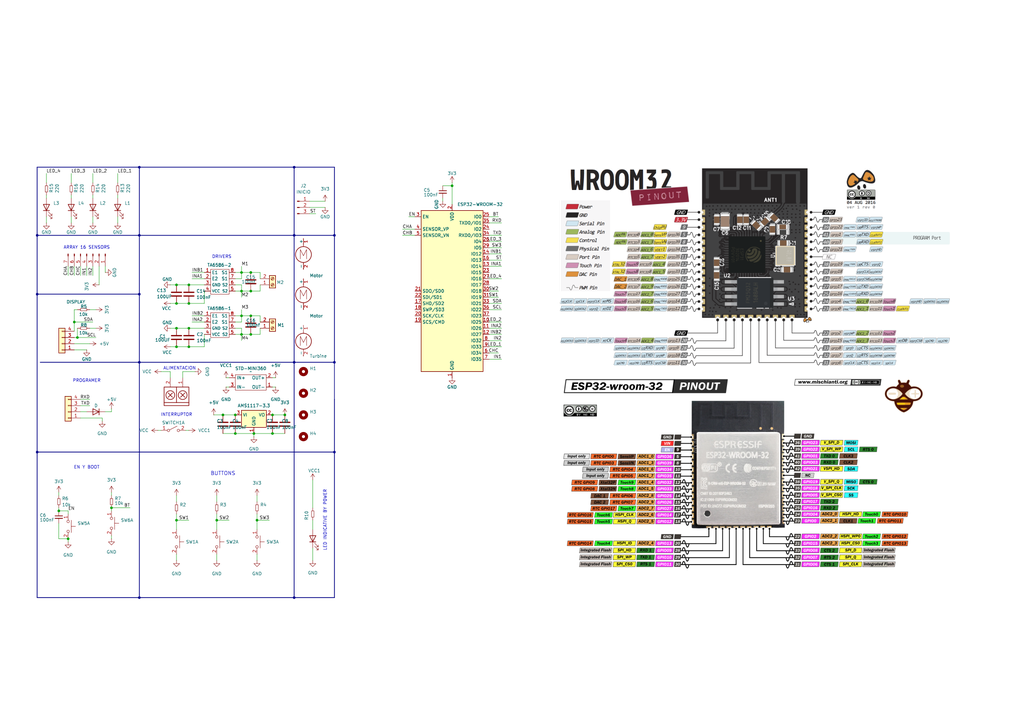
<source format=kicad_sch>
(kicad_sch (version 20250114) (generator "eeschema") (generator_version "9.0")
  (paper "A3")
  (title_block (title "VELO-R V2"))
  (lib_symbols
    (symbol "+3V3_1" (power) (pin_numbers (hide yes)) (pin_names (offset 0) (hide yes))
      (property "Value" "+3V3" (at 0 3.556 0))
      (symbol "+3V3_1_1_1"
        (pin power_in line (at 0 0 90) (length 0) (name "~") (number "1"))
      )
    )
    (symbol "2019---Sumo---NANO---BTS7960-rescue:R-EESTN5" (pin_numbers (hide yes)) (pin_names (offset 0))
      (property "Reference" "R" (at -1.27 0 90))
      (property "Value" "R-EESTN5" (at 1.27 0 90))
      (symbol "R-EESTN5_1_1"
        (pin passive line (at 0 2.54 270) (length 1.27) (name "~") (number "1"))
        (pin passive line (at 0 -2.54 90) (length 1.27) (name "~") (number "2"))
      )
    )
    (symbol "Connector:Conn_01x03_Pin" (pin_names (offset 1.016) (hide yes))
      (property "Reference" "J" (at 0 5.08 0))
      (property "Value" "Conn_01x03_Pin" (at 0 -5.08 0))
      (symbol "Conn_01x03_Pin_1_1"
        (pin passive line (at 5.08 2.54 180) (length 3.81) (name "Pin_1") (number "1"))
        (pin passive line (at 5.08 0 180) (length 3.81) (name "Pin_2") (number "2"))
        (pin passive line (at 5.08 -2.54 180) (length 3.81) (name "Pin_3") (number "3"))
      )
    )
    (symbol "Connector:Conn_01x07_Pin" (pin_names (offset 1.016) (hide yes))
      (property "Reference" "J" (at 0 10.16 0))
      (property "Value" "Conn_01x07_Pin" (at 0 -10.16 0))
      (symbol "Conn_01x07_Pin_1_1"
        (pin passive line (at 5.08 7.62 180) (length 3.81) (name "Pin_1") (number "1"))
        (pin passive line (at 5.08 5.08 180) (length 3.81) (name "Pin_2") (number "2"))
        (pin passive line (at 5.08 2.54 180) (length 3.81) (name "Pin_3") (number "3"))
        (pin passive line (at 5.08 0 180) (length 3.81) (name "Pin_4") (number "4"))
        (pin passive line (at 5.08 -2.54 180) (length 3.81) (name "Pin_5") (number "5"))
        (pin passive line (at 5.08 -5.08 180) (length 3.81) (name "Pin_6") (number "6"))
        (pin passive line (at 5.08 -7.62 180) (length 3.81) (name "Pin_7") (number "7"))
      )
    )
    (symbol "Connector:Screw_Terminal_01x02" (pin_names (offset 1.016) (hide yes))
      (property "Reference" "J" (at 0 2.54 0))
      (property "Value" "Screw_Terminal_01x02" (at 0 -5.08 0))
      (symbol "Screw_Terminal_01x02_1_1"
        (pin passive line (at -5.08 0 0) (length 3.81) (name "Pin_1") (number "1"))
        (pin passive line (at -5.08 -2.54 0) (length 3.81) (name "Pin_2") (number "2"))
      )
    )
    (symbol "Connector_Generic:Conn_01x04" (pin_names (offset 1.016) (hide yes))
      (property "Reference" "J" (at 0 5.08 0))
      (property "Value" "Conn_01x04" (at 0 -7.62 0))
      (symbol "Conn_01x04_1_1"
        (pin passive line (at -5.08 2.54 0) (length 3.81) (name "Pin_1") (number "1"))
        (pin passive line (at -5.08 0 0) (length 3.81) (name "Pin_2") (number "2"))
        (pin passive line (at -5.08 -2.54 0) (length 3.81) (name "Pin_3") (number "3"))
        (pin passive line (at -5.08 -5.08 0) (length 3.81) (name "Pin_4") (number "4"))
      )
    )
    (symbol "Device:C" (pin_numbers (hide yes)) (pin_names (offset 0.254))
      (property "Reference" "C" (at 0.635 2.54 0))
      (property "Value" "C" (at 0.635 -2.54 0))
      (symbol "C_1_1"
        (pin passive line (at 0 3.81 270) (length 2.794) (name "~") (number "1"))
        (pin passive line (at 0 -3.81 90) (length 2.794) (name "~") (number "2"))
      )
    )
    (symbol "Device:C_Small" (pin_numbers (hide yes)) (pin_names (offset 0.254) (hide yes))
      (property "Reference" "C" (at 0.254 1.778 0))
      (property "Value" "C_Small" (at 0.254 -2.032 0))
      (symbol "C_Small_1_1"
        (pin passive line (at 0 2.54 270) (length 2.032) (name "~") (number "1"))
        (pin passive line (at 0 -2.54 90) (length 2.032) (name "~") (number "2"))
      )
    )
    (symbol "Device:D" (pin_numbers (hide yes)) (pin_names (offset 1.016) (hide yes))
      (property "Reference" "D" (at 0 2.54 0))
      (property "Value" "D" (at 0 -2.54 0))
      (symbol "D_1_1"
        (pin passive line (at -3.81 0 0) (length 2.54) (name "K") (number "1"))
        (pin passive line (at 3.81 0 180) (length 2.54) (name "A") (number "2"))
      )
    )
    (symbol "Device:LED" (pin_numbers (hide yes)) (pin_names (offset 1.016) (hide yes))
      (property "Reference" "D" (at 0 2.54 0))
      (property "Value" "LED" (at 0 -2.54 0))
      (symbol "LED_1_1"
        (pin passive line (at -3.81 0 0) (length 2.54) (name "K") (number "1"))
        (pin passive line (at 3.81 0 180) (length 2.54) (name "A") (number "2"))
      )
    )
    (symbol "EESTN5:R" (pin_numbers (hide yes)) (pin_names (offset 0))
      (property "Reference" "R" (at -1.27 0 90))
      (property "Value" "R" (at 1.27 0 90))
      (symbol "R_1_1"
        (pin passive line (at 0 2.54 270) (length 1.27) (name "~") (number "1"))
        (pin passive line (at 0 -2.54 90) (length 1.27) (name "~") (number "2"))
      )
    )
    (symbol "EESTN5:TB_1X2" (pin_names (offset 1.016))
      (property "Reference" "J" (at 0 7.62 0))
      (property "Value" "TB_1X2" (at 1.27 -7.62 0))
      (symbol "TB_1X2_1_1"
        (pin input line (at 8.89 2.54 180) (length 3.81) (name "~") (number "1"))
        (pin input line (at 8.89 -2.54 180) (length 3.81) (name "~") (number "2"))
      )
    )
    (symbol "GND_1" (power) (pin_names (offset 0))
      (property "Value" "GND_1" (at 0 -3.81 0))
      (symbol "GND_1_1_1"
        (pin power_in line (at 0 0 270) (length 0) (hide yes) (name "GND") (number "1"))
      )
    )
    (symbol "Mechanical:MountingHole" (pin_names (offset 1.016)) (in_bom no)
      (property "Reference" "H" (at 0 5.08 0))
      (property "Value" "MountingHole" (at 0 3.175 0))
    )
    (symbol "Motor:Motor_DC" (pin_names (offset 0))
      (property "Reference" "M" (at 2.54 2.54 0))
      (property "Value" "Motor_DC" (at 2.54 -5.08 0))
      (symbol "Motor_DC_1_1"
        (pin passive line (at 0 5.08 270) (length 2.54) (name "+") (number "1"))
        (pin passive line (at 0 -7.62 90) (length 2.54) (name "-") (number "2"))
      )
    )
    (symbol "New_Library_Triatlón:TA6586"
      (property "Reference" "DriverTA6586" (at -7.366 7.112 0))
      (symbol "TA6586_1_1"
        (pin bidirectional line (at -13.97 3.81 0) (length 2.54) (name "E1") (number "1"))
        (pin bidirectional line (at -13.97 1.27 0) (length 2.54) (name "E2") (number "2"))
        (pin output line (at -13.97 -1.27 0) (length 2.54) (name "GND") (number "3"))
        (pin input line (at -13.97 -3.81 0) (length 2.54) (name "VCC") (number "4"))
        (pin bidirectional line (at -1.27 3.81 180) (length 2.54) (name "S1") (number "8"))
        (pin bidirectional line (at -1.27 1.27 180) (length 2.54) (name "S1") (number "7"))
        (pin bidirectional line (at -1.27 -1.27 180) (length 2.54) (name "S2") (number "6"))
        (pin bidirectional line (at -1.27 -3.81 180) (length 2.54) (name "S2") (number "5"))
      )
    )
    (symbol "RF_Module:ESP32-WROOM-32"
      (property "Reference" "U" (at -12.7 34.29 0))
      (property "Value" "ESP32-WROOM-32" (at 1.27 34.29 0))
      (symbol "ESP32-WROOM-32_1_1"
        (pin input line (at -15.24 30.48 0) (length 2.54) (name "EN") (number "3"))
        (pin input line (at -15.24 25.4 0) (length 2.54) (name "SENSOR_VP") (number "4"))
        (pin input line (at -15.24 22.86 0) (length 2.54) (name "SENSOR_VN") (number "5"))
        (pin bidirectional line (at -15.24 0 0) (length 2.54) (name "SDO/SD0") (number "21"))
        (pin bidirectional line (at -15.24 -2.54 0) (length 2.54) (name "SDI/SD1") (number "22"))
        (pin bidirectional line (at -15.24 -5.08 0) (length 2.54) (name "SHD/SD2") (number "17"))
        (pin bidirectional line (at -15.24 -7.62 0) (length 2.54) (name "SWP/SD3") (number "18"))
        (pin bidirectional line (at -15.24 -10.16 0) (length 2.54) (name "SCK/CLK") (number "20"))
        (pin bidirectional line (at -15.24 -12.7 0) (length 2.54) (name "SCS/CMD") (number "19"))
        (pin no_connect line (at -12.7 -27.94 0) (length 2.54) (hide yes) (name "NC") (number "32"))
        (pin power_in line (at 0 35.56 270) (length 2.54) (name "VDD") (number "2"))
        (pin power_in line (at 0 -35.56 90) (length 2.54) (name "GND") (number "1"))
        (pin passive line (at 0 -35.56 90) (length 2.54) (hide yes) (name "GND") (number "15"))
        (pin passive line (at 0 -35.56 90) (length 2.54) (hide yes) (name "GND") (number "38"))
        (pin passive line (at 0 -35.56 90) (length 2.54) (hide yes) (name "GND") (number "39"))
        (pin bidirectional line (at 15.24 30.48 180) (length 2.54) (name "IO0") (number "25"))
        (pin bidirectional line (at 15.24 27.94 180) (length 2.54) (name "TXD0/IO1") (number "35"))
        (pin bidirectional line (at 15.24 25.4 180) (length 2.54) (name "IO2") (number "24"))
        (pin bidirectional line (at 15.24 22.86 180) (length 2.54) (name "RXD0/IO3") (number "34"))
        (pin bidirectional line (at 15.24 20.32 180) (length 2.54) (name "IO4") (number "26"))
        (pin bidirectional line (at 15.24 17.78 180) (length 2.54) (name "IO5") (number "29"))
        (pin bidirectional line (at 15.24 15.24 180) (length 2.54) (name "IO12") (number "14"))
        (pin bidirectional line (at 15.24 12.7 180) (length 2.54) (name "IO13") (number "16"))
        (pin bidirectional line (at 15.24 10.16 180) (length 2.54) (name "IO14") (number "13"))
        (pin bidirectional line (at 15.24 7.62 180) (length 2.54) (name "IO15") (number "23"))
        (pin bidirectional line (at 15.24 5.08 180) (length 2.54) (name "IO16") (number "27"))
        (pin bidirectional line (at 15.24 2.54 180) (length 2.54) (name "IO17") (number "28"))
        (pin bidirectional line (at 15.24 0 180) (length 2.54) (name "IO18") (number "30"))
        (pin bidirectional line (at 15.24 -2.54 180) (length 2.54) (name "IO19") (number "31"))
        (pin bidirectional line (at 15.24 -5.08 180) (length 2.54) (name "IO21") (number "33"))
        (pin bidirectional line (at 15.24 -7.62 180) (length 2.54) (name "IO22") (number "36"))
        (pin bidirectional line (at 15.24 -10.16 180) (length 2.54) (name "IO23") (number "37"))
        (pin bidirectional line (at 15.24 -12.7 180) (length 2.54) (name "IO25") (number "10"))
        (pin bidirectional line (at 15.24 -15.24 180) (length 2.54) (name "IO26") (number "11"))
        (pin bidirectional line (at 15.24 -17.78 180) (length 2.54) (name "IO27") (number "12"))
        (pin bidirectional line (at 15.24 -20.32 180) (length 2.54) (name "IO32") (number "8"))
        (pin bidirectional line (at 15.24 -22.86 180) (length 2.54) (name "IO33") (number "9"))
        (pin input line (at 15.24 -25.4 180) (length 2.54) (name "IO34") (number "6"))
        (pin input line (at 15.24 -27.94 180) (length 2.54) (name "IO35") (number "7"))
      )
    )
    (symbol "Regulator_Linear:AMS1117-3.3"
      (property "Reference" "U" (at -3.81 3.175 0))
      (property "Value" "AMS1117-3.3" (at 0 3.175 0))
      (symbol "AMS1117-3.3_1_1"
        (pin power_in line (at -7.62 0 0) (length 2.54) (name "VI") (number "3"))
        (pin power_in line (at 0 -7.62 90) (length 2.54) (name "GND") (number "1"))
        (pin power_out line (at 7.62 0 180) (length 2.54) (name "VO") (number "2"))
      )
    )
    (symbol "Switch:SW_DPST_x2" (pin_names (offset 0) (hide yes))
      (property "Reference" "SW" (at 0 3.175 0))
      (property "Value" "SW_DPST_x2" (at 0 -2.54 0))
      (symbol "SW_DPST_x2_1_1"
        (pin passive line (at -5.08 0 0) (length 2.54) (name "A") (number "1"))
        (pin passive line (at 5.08 0 180) (length 2.54) (name "B") (number "2"))
      )
      (symbol "SW_DPST_x2_2_1"
        (pin passive line (at -5.08 0 0) (length 2.54) (name "A") (number "3"))
        (pin passive line (at 5.08 0 180) (length 2.54) (name "B") (number "4"))
      )
    )
    (symbol "Switch:SW_Push_Dual_x2" (pin_names (offset 1.016) (hide yes))
      (property "Reference" "SW" (at 1.27 2.54 0))
      (property "Value" "SW_Push_Dual_x2" (at 0 -1.524 0))
      (symbol "SW_Push_Dual_x2_1_1"
        (pin passive line (at -5.08 0 0) (length 2.54) (name "C") (number "1"))
        (pin passive line (at 5.08 0 180) (length 2.54) (name "D") (number "2"))
      )
      (symbol "SW_Push_Dual_x2_2_1"
        (pin passive line (at -5.08 0 0) (length 2.54) (name "C") (number "3"))
        (pin passive line (at 5.08 0 180) (length 2.54) (name "D") (number "4"))
      )
    )
    (symbol "TA6586_1"
      (property "Reference" "DriverTA6586" (at -7.366 7.112 0))
      (symbol "TA6586_1_1_1"
        (pin bidirectional line (at -13.97 3.81 0) (length 2.54) (name "E1") (number "1"))
        (pin bidirectional line (at -13.97 1.27 0) (length 2.54) (name "E2") (number "2"))
        (pin output line (at -13.97 -1.27 0) (length 2.54) (name "GND") (number "3"))
        (pin input line (at -13.97 -3.81 0) (length 2.54) (name "VCC") (number "4"))
        (pin bidirectional line (at -1.27 3.81 180) (length 2.54) (name "S1") (number "8"))
        (pin bidirectional line (at -1.27 1.27 180) (length 2.54) (name "S1") (number "7"))
        (pin bidirectional line (at -1.27 -1.27 180) (length 2.54) (name "S2") (number "6"))
        (pin bidirectional line (at -1.27 -3.81 180) (length 2.54) (name "S2") (number "5"))
      )
    )
    (symbol "Trejo huellas nuevas:STEP_DOWN_MINI_360"
      (property "Reference" "U" (at 1.778 2.54 0))
      (symbol "STEP_DOWN_MINI_360_1_1"
        (pin input line (at -5.08 0 0) (length 2.54) (name "OUT+") (number "2"))
        (pin input line (at -5.08 -3.81 0) (length 2.54) (name "OUT-") (number "1"))
        (pin input line (at 12.7 0 180) (length 2.54) (name "IN+") (number "4"))
        (pin input line (at 12.7 -3.81 180) (length 2.54) (name "IN-") (number "3"))
      )
    )
    (symbol "power:+3V3" (power) (pin_names (offset 0))
      (property "Value" "+3V3" (at 0 3.556 0))
      (symbol "+3V3_1_1"
        (pin power_in line (at 0 0 90) (length 0) (hide yes) (name "+3V3") (number "1"))
      )
    )
    (symbol "power:+5V" (power) (pin_numbers (hide yes)) (pin_names (offset 0) (hide yes))
      (property "Value" "+5V" (at 0 3.556 0))
      (symbol "+5V_1_1"
        (pin power_in line (at 0 0 90) (length 0) (name "~") (number "1"))
      )
    )
    (symbol "power:GND" (power) (pin_numbers (hide yes)) (pin_names (offset 0) (hide yes))
      (property "Value" "GND" (at 0 -3.81 0))
      (symbol "GND_1_1"
        (pin power_in line (at 0 0 270) (length 0) (name "~") (number "1"))
      )
    )
    (symbol "power:VCC" (power) (pin_numbers (hide yes)) (pin_names (offset 0) (hide yes))
      (property "Value" "VCC" (at 0 3.556 0))
      (symbol "VCC_1_1"
        (pin power_in line (at 0 0 90) (length 0) (name "~") (number "1"))
      )
    )
  )
  (text "ALIMENTACION" (at 73.66 151.13 0) (effects (font (size 1.27 1.27))))
  (text "INTERRUPTOR" (at 72.39 170.18 0) (effects (font (size 1.27 1.27))))
  (text "BUTTONS\n" (at 91.44 194.31 0) (effects (font (size 1.524 1.524))))
  (text "LED INDICATIVE BY P0WER\n" (at 133.35 213.36 90) (effects (font (size 1.27 1.27))))
  (text "DRIVERS " (at 91.44 105.41 0) (effects (font (size 1.27 1.27))))
  (text "ARRAY 16 SENSORS" (at 35.56 101.6 0) (effects (font (size 1.27 1.27))))
  (text "EN Y BOOT" (at 35.56 191.77 0) (effects (font (size 1.27 1.27))))
  (text "PROGRAMER\n" (at 35.56 156.21 0) (effects (font (size 1.27 1.27))))
  (junction (at 15.24 120.65))
  (junction (at 111.76 177.8))
  (junction (at 31.75 138.43))
  (junction (at 57.15 245.11))
  (junction (at 116.84 170.18))
  (junction (at 72.39 142.24))
  (junction (at 15.24 185.42))
  (junction (at 24.13 209.55))
  (junction (at 111.76 170.18))
  (junction (at 57.15 96.52))
  (junction (at 99.06 119.38))
  (junction (at 77.47 142.24))
  (junction (at 15.24 96.52))
  (junction (at 57.15 148.59))
  (junction (at 72.39 134.62))
  (junction (at 96.52 177.8))
  (junction (at 137.16 96.52))
  (junction (at 57.15 68.58))
  (junction (at 72.39 116.84))
  (junction (at 102.87 129.54))
  (junction (at 137.16 185.42))
  (junction (at 88.9 213.36))
  (junction (at 120.65 245.11))
  (junction (at 120.65 148.59))
  (junction (at 99.06 129.54))
  (junction (at 99.06 137.16))
  (junction (at 102.87 111.76))
  (junction (at 91.44 170.18))
  (junction (at 77.47 124.46))
  (junction (at 77.47 134.62))
  (junction (at 27.94 220.98))
  (junction (at 77.47 116.84))
  (junction (at 96.52 170.18))
  (junction (at 72.39 124.46))
  (junction (at 45.72 208.28))
  (junction (at 120.65 68.58))
  (junction (at 102.87 137.16))
  (junction (at 57.15 120.65))
  (junction (at 104.14 177.8))
  (junction (at 137.16 148.59))
  (junction (at 99.06 111.76))
  (junction (at 102.87 119.38))
  (junction (at 105.41 213.36))
  (junction (at 120.65 96.52))
  (junction (at 30.48 132.08))
  (junction (at 185.42 76.2))
  (junction (at 72.39 213.36))
  (wire (pts (xy 27.94 113.03) (xy 27.94 109.22)))
  (wire (pts (xy 200.66 88.9) (xy 204.47 88.9)))
  (wire (pts (xy 69.85 142.24) (xy 72.39 142.24)))
  (wire (pts (xy 40.64 109.22) (xy 40.64 116.84)))
  (wire (pts (xy 48.26 88.9) (xy 48.26 91.44)))
  (wire (pts (xy 129.54 87.63) (xy 127 87.63)))
  (bus (pts (xy 57.15 148.59) (xy 57.15 245.11)))
  (bus (pts (xy 137.16 163.83) (xy 137.16 148.59)) (stroke (width 0.254)))
  (wire (pts (xy 77.47 116.84) (xy 83.82 116.84)))
  (wire (pts (xy 102.87 111.76) (xy 106.68 111.76)))
  (wire (pts (xy 92.71 154.94) (xy 93.98 154.94)))
  (wire (pts (xy 30.48 132.08) (xy 30.48 127)))
  (wire (pts (xy 72.39 116.84) (xy 77.47 116.84)))
  (wire (pts (xy 99.06 121.92) (xy 99.06 119.38)))
  (wire (pts (xy 99.06 137.16) (xy 102.87 137.16)))
  (wire (pts (xy 205.74 139.7) (xy 200.66 139.7)))
  (wire (pts (xy 72.39 134.62) (xy 77.47 134.62)))
  (wire (pts (xy 39.37 127) (xy 36.83 127)))
  (wire (pts (xy 96.52 134.62) (xy 99.06 134.62)))
  (wire (pts (xy 205.74 99.06) (xy 200.66 99.06)))
  (wire (pts (xy 45.72 201.93) (xy 45.72 203.2)))
  (wire (pts (xy 99.06 127) (xy 99.06 129.54)))
  (wire (pts (xy 205.74 104.14) (xy 200.66 104.14)))
  (wire (pts (xy 205.74 114.3) (xy 200.66 114.3)))
  (bus (pts (xy 15.24 185.42) (xy 15.24 245.11)))
  (wire (pts (xy 205.74 134.62) (xy 200.66 134.62)))
  (wire (pts (xy 200.66 147.32) (xy 205.74 147.32)))
  (wire (pts (xy 24.13 220.98) (xy 27.94 220.98)))
  (wire (pts (xy 77.47 124.46) (xy 83.82 124.46)))
  (bus (pts (xy 120.65 148.59) (xy 120.65 245.11)))
  (wire (pts (xy 106.68 119.38) (xy 106.68 116.84)))
  (wire (pts (xy 83.82 124.46) (xy 83.82 119.38)))
  (wire (pts (xy 74.93 152.4) (xy 74.93 154.94)))
  (wire (pts (xy 30.48 113.03) (xy 30.48 109.22)))
  (wire (pts (xy 64.77 176.53) (xy 66.04 176.53)))
  (wire (pts (xy 43.18 111.76) (xy 43.18 109.22)))
  (wire (pts (xy 200.66 121.92) (xy 204.47 121.92)))
  (wire (pts (xy 24.13 214.63) (xy 24.13 220.98)))
  (bus (pts (xy 16.51 148.59) (xy 57.15 148.59)))
  (wire (pts (xy 38.1 71.12) (xy 38.1 74.93)))
  (wire (pts (xy 167.64 88.9) (xy 170.18 88.9)))
  (wire (pts (xy 105.41 213.36) (xy 105.41 217.17)))
  (bus (pts (xy 137.16 96.52) (xy 137.16 148.59)))
  (bus (pts (xy 120.65 148.59) (xy 137.16 148.59)))
  (wire (pts (xy 185.42 76.2) (xy 185.42 83.82)))
  (wire (pts (xy 96.52 111.76) (xy 99.06 111.76)))
  (wire (pts (xy 104.14 177.8) (xy 111.76 177.8)))
  (bus (pts (xy 57.15 96.52) (xy 15.24 96.52)))
  (wire (pts (xy 41.91 171.45) (xy 33.02 171.45)))
  (wire (pts (xy 72.39 213.36) (xy 72.39 217.17)))
  (wire (pts (xy 30.48 140.97) (xy 36.83 140.97)))
  (wire (pts (xy 43.18 168.91) (xy 45.72 168.91)))
  (wire (pts (xy 48.26 71.12) (xy 48.26 74.93)))
  (wire (pts (xy 78.74 132.08) (xy 83.82 132.08)))
  (wire (pts (xy 77.47 176.53) (xy 76.2 176.53)))
  (bus (pts (xy 137.16 163.83) (xy 137.16 185.42)))
  (wire (pts (xy 38.1 88.9) (xy 38.1 91.44)))
  (wire (pts (xy 99.06 109.22) (xy 99.06 111.76)))
  (wire (pts (xy 88.9 213.36) (xy 88.9 217.17)))
  (bus (pts (xy 120.65 245.11) (xy 137.16 245.11)))
  (wire (pts (xy 72.39 227.33) (xy 72.39 229.87)))
  (wire (pts (xy 99.06 139.7) (xy 99.06 137.16)))
  (wire (pts (xy 88.9 227.33) (xy 88.9 229.87)))
  (wire (pts (xy 78.74 111.76) (xy 83.82 111.76)))
  (wire (pts (xy 45.72 208.28) (xy 53.34 208.28)))
  (wire (pts (xy 96.52 129.54) (xy 99.06 129.54)))
  (wire (pts (xy 87.63 170.18) (xy 91.44 170.18)))
  (wire (pts (xy 185.42 74.93) (xy 185.42 76.2)))
  (wire (pts (xy 69.85 124.46) (xy 72.39 124.46)))
  (wire (pts (xy 99.06 129.54) (xy 102.87 129.54)))
  (wire (pts (xy 110.49 213.36) (xy 105.41 213.36)))
  (wire (pts (xy 24.13 201.93) (xy 24.13 203.2)))
  (wire (pts (xy 36.83 166.37) (xy 33.02 166.37)))
  (wire (pts (xy 27.94 210.82) (xy 27.94 209.55)))
  (wire (pts (xy 38.1 113.03) (xy 38.1 109.22)))
  (wire (pts (xy 77.47 142.24) (xy 83.82 142.24)))
  (wire (pts (xy 181.61 76.2) (xy 185.42 76.2)))
  (wire (pts (xy 128.27 217.17) (xy 128.27 213.36)))
  (wire (pts (xy 99.06 114.3) (xy 99.06 111.76)))
  (bus (pts (xy 15.24 120.65) (xy 57.15 120.65)))
  (bus (pts (xy 57.15 68.58) (xy 120.65 68.58)))
  (wire (pts (xy 104.14 179.07) (xy 104.14 177.8)))
  (wire (pts (xy 69.85 152.4) (xy 69.85 154.94)))
  (wire (pts (xy 19.05 71.12) (xy 19.05 74.93)))
  (wire (pts (xy 111.76 170.18) (xy 116.84 170.18)))
  (wire (pts (xy 77.47 213.36) (xy 72.39 213.36)))
  (wire (pts (xy 78.74 129.54) (xy 83.82 129.54)))
  (wire (pts (xy 19.05 88.9) (xy 19.05 91.44)))
  (bus (pts (xy 15.24 68.58) (xy 57.15 68.58)))
  (wire (pts (xy 205.74 142.24) (xy 200.66 142.24)))
  (wire (pts (xy 102.87 119.38) (xy 106.68 119.38)))
  (bus (pts (xy 120.65 96.52) (xy 57.15 96.52)))
  (wire (pts (xy 96.52 116.84) (xy 99.06 116.84)))
  (bus (pts (xy 137.16 185.42) (xy 137.16 245.11)))
  (bus (pts (xy 120.65 68.58) (xy 137.16 68.58)))
  (wire (pts (xy 105.41 203.2) (xy 105.41 205.74)))
  (wire (pts (xy 30.48 132.08) (xy 38.1 132.08)))
  (wire (pts (xy 128.27 196.85) (xy 128.27 208.28)))
  (wire (pts (xy 165.1 96.52) (xy 170.18 96.52)))
  (wire (pts (xy 91.44 177.8) (xy 96.52 177.8)))
  (bus (pts (xy 57.15 120.65) (xy 57.15 148.59)))
  (wire (pts (xy 29.21 71.12) (xy 29.21 74.93)))
  (wire (pts (xy 78.74 114.3) (xy 83.82 114.3)))
  (wire (pts (xy 72.39 142.24) (xy 77.47 142.24)))
  (wire (pts (xy 39.37 138.43) (xy 31.75 138.43)))
  (wire (pts (xy 69.85 134.62) (xy 72.39 134.62)))
  (wire (pts (xy 91.44 170.18) (xy 96.52 170.18)))
  (wire (pts (xy 33.02 109.22) (xy 33.02 113.03)))
  (wire (pts (xy 127 85.09) (xy 133.35 85.09)))
  (bus (pts (xy 120.65 68.58) (xy 120.65 96.52)))
  (wire (pts (xy 30.48 135.89) (xy 30.48 132.08)))
  (wire (pts (xy 29.21 80.01) (xy 29.21 81.28)))
  (wire (pts (xy 72.39 203.2) (xy 72.39 205.74)))
  (wire (pts (xy 96.52 177.8) (xy 104.14 177.8)))
  (bus (pts (xy 137.16 68.58) (xy 137.16 96.52)))
  (wire (pts (xy 72.39 210.82) (xy 72.39 213.36)))
  (wire (pts (xy 30.48 127) (xy 31.75 127)))
  (wire (pts (xy 105.41 210.82) (xy 105.41 213.36)))
  (wire (pts (xy 93.98 213.36) (xy 88.9 213.36)))
  (wire (pts (xy 205.74 132.08) (xy 200.66 132.08)))
  (bus (pts (xy 57.15 148.59) (xy 120.65 148.59)))
  (wire (pts (xy 111.76 177.8) (xy 116.84 177.8)))
  (bus (pts (xy 57.15 68.58) (xy 57.15 96.52)))
  (wire (pts (xy 83.82 142.24) (xy 83.82 137.16)))
  (wire (pts (xy 106.68 111.76) (xy 106.68 114.3)))
  (wire (pts (xy 96.52 119.38) (xy 99.06 119.38)))
  (wire (pts (xy 102.87 137.16) (xy 106.68 137.16)))
  (wire (pts (xy 39.37 134.62) (xy 36.83 134.62)))
  (wire (pts (xy 127 82.55) (xy 133.35 82.55)))
  (wire (pts (xy 35.56 113.03) (xy 35.56 109.22)))
  (wire (pts (xy 96.52 132.08) (xy 99.06 132.08)))
  (wire (pts (xy 205.74 124.46) (xy 200.66 124.46)))
  (wire (pts (xy 128.27 229.87) (xy 128.27 224.79)))
  (wire (pts (xy 99.06 119.38) (xy 102.87 119.38)))
  (wire (pts (xy 99.06 111.76) (xy 102.87 111.76)))
  (wire (pts (xy 38.1 80.01) (xy 38.1 81.28)))
  (wire (pts (xy 205.74 106.68) (xy 200.66 106.68)))
  (bus (pts (xy 57.15 245.11) (xy 120.65 245.11)))
  (wire (pts (xy 99.06 132.08) (xy 99.06 129.54)))
  (wire (pts (xy 200.66 101.6) (xy 205.74 101.6)))
  (wire (pts (xy 48.26 80.01) (xy 48.26 81.28)))
  (bus (pts (xy 15.24 96.52) (xy 15.24 120.65)))
  (wire (pts (xy 19.05 80.01) (xy 19.05 81.28)))
  (wire (pts (xy 92.71 158.75) (xy 93.98 158.75)))
  (bus (pts (xy 57.15 96.52) (xy 57.15 120.65)))
  (bus (pts (xy 15.24 185.42) (xy 137.16 185.42)))
  (bus (pts (xy 15.24 96.52) (xy 15.24 68.58)))
  (wire (pts (xy 113.03 154.94) (xy 111.76 154.94)))
  (bus (pts (xy 120.65 148.59) (xy 120.65 96.52)))
  (wire (pts (xy 45.72 208.28) (xy 45.72 209.55)))
  (wire (pts (xy 99.06 134.62) (xy 99.06 137.16)))
  (wire (pts (xy 24.13 209.55) (xy 27.94 209.55)))
  (wire (pts (xy 205.74 127) (xy 200.66 127)))
  (wire (pts (xy 69.85 116.84) (xy 72.39 116.84)))
  (wire (pts (xy 200.66 144.78) (xy 204.47 144.78)))
  (wire (pts (xy 99.06 116.84) (xy 99.06 119.38)))
  (bus (pts (xy 15.24 120.65) (xy 15.24 185.42)))
  (wire (pts (xy 45.72 219.71) (xy 45.72 220.98)))
  (wire (pts (xy 200.66 137.16) (xy 205.74 137.16)))
  (wire (pts (xy 106.68 129.54) (xy 106.68 132.08)))
  (wire (pts (xy 31.75 138.43) (xy 30.48 138.43)))
  (wire (pts (xy 36.83 163.83) (xy 33.02 163.83)))
  (wire (pts (xy 88.9 203.2) (xy 88.9 205.74)))
  (wire (pts (xy 205.74 109.22) (xy 200.66 109.22)))
  (wire (pts (xy 24.13 208.28) (xy 24.13 209.55)))
  (wire (pts (xy 200.66 96.52) (xy 205.74 96.52)))
  (wire (pts (xy 113.03 158.75) (xy 111.76 158.75)))
  (wire (pts (xy 77.47 134.62) (xy 83.82 134.62)))
  (wire (pts (xy 96.52 137.16) (xy 99.06 137.16)))
  (wire (pts (xy 88.9 210.82) (xy 88.9 213.36)))
  (wire (pts (xy 200.66 91.44) (xy 205.74 91.44)))
  (bus (pts (xy 137.16 96.52) (xy 120.65 96.52)))
  (wire (pts (xy 80.01 152.4) (xy 74.93 152.4)))
  (wire (pts (xy 33.02 168.91) (xy 35.56 168.91)))
  (wire (pts (xy 105.41 227.33) (xy 105.41 229.87)))
  (wire (pts (xy 96.52 114.3) (xy 99.06 114.3)))
  (wire (pts (xy 106.68 134.62) (xy 106.68 137.16)))
  (wire (pts (xy 181.61 81.28) (xy 181.61 82.55)))
  (wire (pts (xy 66.04 152.4) (xy 69.85 152.4)))
  (wire (pts (xy 45.72 168.91) (xy 45.72 167.64)))
  (wire (pts (xy 72.39 124.46) (xy 77.47 124.46)))
  (wire (pts (xy 165.1 93.98) (xy 170.18 93.98)))
  (wire (pts (xy 31.75 134.62) (xy 31.75 138.43)))
  (wire (pts (xy 30.48 143.51) (xy 35.56 143.51)))
  (wire (pts (xy 41.91 172.72) (xy 41.91 171.45)))
  (wire (pts (xy 102.87 129.54) (xy 106.68 129.54)))
  (wire (pts (xy 27.94 220.98) (xy 27.94 222.25)))
  (wire (pts (xy 29.21 88.9) (xy 29.21 91.44)))
  (wire (pts (xy 200.66 119.38) (xy 204.47 119.38)))
  (bus (pts (xy 15.24 245.11) (xy 57.15 245.11)))
  (image (at 309.88 109.22) (scale 1.35646))
  (image (at 304.8 194.31) (scale 0.988972))
  (label "LED_3" (at 29.21 71.12 0))
  (label "LED_4" (at 205.74 114.3 180))
  (label "IN2" (at 205.74 139.7 180))
  (label "M1" (at 99.06 109.22 0))
  (label "RXD" (at 36.83 163.83 180))
  (label "M4" (at 99.06 139.7 0))
  (label "M3" (at 99.06 127 0))
  (label "IN1" (at 205.74 147.32 180))
  (label "CHC" (at 204.47 144.78 180))
  (label "LED_1" (at 48.26 71.12 0))
  (label "SW2" (at 93.98 213.36 180))
  (label "SDA" (at 38.1 132.08 180))
  (label "IN1" (at 35.56 113.03 90))
  (label "CHA" (at 27.94 113.03 90))
  (label "EN" (at 27.94 209.55 0))
  (label "ST" (at 205.74 106.68 180))
  (label "INA2" (at 205.74 134.62 180))
  (label "ST" (at 129.54 87.63 180))
  (label "TXD" (at 205.74 96.52 180))
  (label "LED_3" (at 205.74 99.06 180))
  (label "LED_2" (at 38.1 71.12 0))
  (label "LED_2" (at 205.74 132.08 180))
  (label "LED_4" (at 19.05 71.12 0))
  (label "RXD" (at 205.74 91.44 180))
  (label "INB1" (at 78.74 111.76 0))
  (label "IN2" (at 38.1 113.03 90))
  (label "SW1" (at 77.47 213.36 180))
  (label "SW2" (at 204.47 119.38 180))
  (label "BT" (at 53.34 208.28 180))
  (label "SW3" (at 205.74 101.6 180))
  (label "CHB" (at 165.1 96.52 0))
  (label "SCL" (at 39.37 138.43 180))
  (label "EN" (at 167.64 88.9 0))
  (label "TXD" (at 36.83 166.37 180))
  (label "INB2" (at 78.74 129.54 0))
  (label "INA1" (at 78.74 114.3 0))
  (label "LED_1" (at 205.74 142.24 180))
  (label "INB2" (at 205.74 137.16 180))
  (label "SW1" (at 204.47 121.92 180))
  (label "SCL" (at 205.74 127 180))
  (label "INA2" (at 78.74 132.08 0))
  (label "CHC" (at 33.02 113.03 90))
  (label "INA1" (at 205.74 109.22 180))
  (label "M2" (at 99.06 121.92 0))
  (label "CHB" (at 30.48 113.03 90))
  (label "SDA" (at 205.74 124.46 180))
  (label "BT" (at 204.47 88.9 180))
  (label "CHA" (at 165.1 93.98 0))
  (label "SW3" (at 110.49 213.36 180))
  (label "INB1" (at 205.74 104.14 180))
  (symbol (lib_id "Mechanical:MountingHole") (at 124.46 161.29 0) (unit 1) (in_bom no)
    (property "Reference" "H2" (at 127 160.0199 0) (effects (justify left)))
    (property "Value" "MountingHole" (effects (hide yes)))
    (property "Footprint" "MountingHole:MountingHole_3.2mm_M3_DIN965" (effects (hide yes)))
    (property "Description" "Mounting Hole without connection" (effects (hide yes)))
  )
  (symbol (lib_id "Device:LED") (at 19.05 85.09 90) (unit 1)
    (property "Reference" "L3" (at 23.114 83.312 90))
    (property "Value" "LED" (effects (hide yes)))
    (property "Footprint" "LED_SMD:LED_0805_2012Metric_Pad1.15x1.40mm_HandSolder" (effects (hide yes)))
  )
  (symbol (lib_id "EESTN5:R") (at 105.41 208.28 0) (unit 1)
    (property "Reference" "R4" (at 106.68 207.0099 0) (effects (justify left)))
    (property "Value" "10k" (effects (hide yes)))
    (property "Footprint" "Resistor_SMD:R_0805_2012Metric_Pad1.20x1.40mm_HandSolder" (effects (hide yes)))
  )
  (symbol (lib_id "Device:C") (at 102.87 133.35 0) (unit 1)
    (property "Reference" "C16" (at 100.965 131.445 0) (effects (justify left)))
    (property "Value" "100nf" (at 100.965 133.35 0) (effects (justify left)))
    (property "Footprint" "Capacitor_SMD:C_0805_2012Metric_Pad1.18x1.45mm_HandSolder" (effects (hide yes)))
    (property "Description" "Unpolarized capacitor" (effects (hide yes)))
  )
  (symbol (lib_id "EESTN5:R") (at 24.13 205.74 0) (unit 1)
    (property "Reference" "R6" (at 25.4 204.4699 0) (effects (justify left)))
    (property "Value" "10k" (at 25.4 207.0099 0) (effects (justify left)))
    (property "Footprint" "Resistor_SMD:R_0805_2012Metric_Pad1.20x1.40mm_HandSolder" (effects (hide yes)))
  )
  (symbol (lib_id "New_Library_Triatlón:TA6586") (at 97.79 115.57 0) (unit 1)
    (property "Reference" "TA6586-2" (at 89.916 108.712 0))
    (property "Value" "~" (at 90.17 109.22 0))
    (property "Footprint" "Package_DIP:DIP-8_W7.62mm" (effects (hide yes)))
  )
  (symbol (lib_id "power:+5V") (at 45.72 167.64 0) (mirror y) (unit 1)
    (property "Reference" "#PWR012" (effects (hide yes)))
    (property "Value" "+5V" (at 45.72 163.83 0))
  )
  (symbol (lib_id "Switch:SW_Push_Dual_x2") (at 88.9 222.25 270) (unit 1)
    (property "Reference" "SW2" (at 92.71 222.2499 90) (effects (justify left)))
    (property "Value" "SW_Push_Dual_x2" (effects (hide yes)))
    (property "Footprint" "Button_Switch_SMD:SW_Tactile_SPST_NO_Straight_CK_PTS636Sx25SMTRLFS" (effects (hide yes)))
    (property "Description" "Push button switch, generic, separate symbols, four pins" (effects (hide yes)))
  )
  (symbol (lib_id "power:GND") (at 19.05 91.44 0) (unit 1)
    (property "Reference" "#PWR039" (effects (hide yes)))
    (property "Value" "GND" (at 19.05 95.25 0))
  )
  (symbol (lib_id "Switch:SW_Push_Dual_x2") (at 72.39 222.25 270) (unit 1)
    (property "Reference" "SW1" (at 76.2 222.2499 90) (effects (justify left)))
    (property "Value" "SW_Push_Dual_x2" (effects (hide yes)))
    (property "Footprint" "Button_Switch_SMD:SW_Tactile_SPST_NO_Straight_CK_PTS636Sx25SMTRLFS" (effects (hide yes)))
    (property "Description" "Push button switch, generic, separate symbols, four pins" (effects (hide yes)))
  )
  (symbol (lib_id "Device:D") (at 39.37 168.91 180) (unit 1)
    (property "Reference" "D1" (effects (hide yes)))
    (property "Value" "D" (at 39.37 166.37 0))
    (property "Footprint" "Diode_SMD:D_SMA" (effects (hide yes)))
    (property "Description" "Diode" (effects (hide yes)))
    (property "Sim.Device" "D" (effects (hide yes)))
    (property "Sim.Pins" "1=K 2=A" (effects (hide yes)))
  )
  (symbol (lib_id "power:GND") (at 181.61 82.55 0) (unit 1)
    (property "Reference" "#PWR08" (effects (hide yes)))
    (property "Value" "GND" (at 179.07 83.82 90))
    (property "Description" "Power symbol creates a global label with name \"GND\" , ground" (effects (hide yes)))
  )
  (symbol (lib_id "Connector:Conn_01x07_Pin") (at 35.56 104.14 270) (unit 1)
    (property "Reference" "J1" (effects (hide yes)))
    (property "Value" "Conn_01x07_Pin" (effects (hide yes)))
    (property "Footprint" "Connector_PinHeader_2.54mm:PinHeader_1x07_P2.54mm_Horizontal" (effects (hide yes)))
    (property "Description" "Generic connector, single row, 01x07, script generated" (effects (hide yes)))
  )
  (symbol (lib_id "power:GND") (at 48.26 91.44 0) (unit 1)
    (property "Reference" "#PWR038" (effects (hide yes)))
    (property "Value" "GND" (at 48.26 95.25 0))
  )
  (symbol (lib_id "power:+3V3") (at 105.41 203.2 0) (unit 1)
    (property "Reference" "#PWR030" (effects (hide yes)))
    (property "Value" "3V3" (at 105.41 198.12 0))
  )
  (symbol (lib_id "Switch:SW_Push_Dual_x2") (at 27.94 215.9 270) (unit 1)
    (property "Reference" "SW5" (at 31.75 214.6299 90) (effects (justify left)))
    (property "Value" "SW_Push_Dual_x2" (effects (hide yes)))
    (property "Footprint" "Button_Switch_SMD:SW_Tactile_SPST_NO_Straight_CK_PTS636Sx25SMTRLFS" (effects (hide yes)))
    (property "Description" "Push button switch, generic, separate symbols, four pins" (effects (hide yes)))
  )
  (symbol (lib_id "EESTN5:TB_1X2") (at 72.39 163.83 270) (mirror x) (unit 1)
    (property "Reference" "Alimentacion1" (effects (hide yes)))
    (property "Value" "TB_1X2" (effects (hide yes)))
    (property "Footprint" "Connector_AMASS:AMASS_XT30U-M_1x02_P5.0mm_Vertical" (effects (hide yes)))
  )
  (symbol (lib_id "power:+3V3") (at 45.72 201.93 0) (unit 1)
    (property "Reference" "#PWR025" (effects (hide yes)))
    (property "Value" "3V3" (at 45.72 196.85 0))
  )
  (symbol (lib_id "power:GND") (at 38.1 91.44 0) (unit 1)
    (property "Reference" "#PWR037" (effects (hide yes)))
    (property "Value" "GND" (at 38.1 95.25 0))
  )
  (symbol (lib_id "power:GND") (at 69.85 134.62 270) (unit 1)
    (property "Reference" "#PWR07" (effects (hide yes)))
    (property "Value" "GND" (at 68.58 132.334 90))
    (property "Description" "Power symbol creates a global label with name \"GND\" , ground" (effects (hide yes)))
  )
  (symbol (lib_id "power:+3V3") (at 39.37 134.62 270) (unit 1)
    (property "Reference" "#PWR033" (effects (hide yes)))
    (property "Value" "3V3" (at 43.815 134.62 0))
  )
  (symbol (lib_id "Connector:Screw_Terminal_01x02") (at 111.76 134.62 0) (mirror x) (unit 1)
    (property "Reference" "M1" (at 113.792 133.35 0) (effects (justify left)))
    (property "Value" "M1" (effects (hide yes)))
    (property "Footprint" "Connector_JST:JST_XH_B2B-XH-A_1x02_P2.50mm_Vertical" (effects (hide yes)))
    (property "Description" "Generic screw terminal, single row, 01x02, script generated (kicad-library-utils/schlib/autogen/connector/)" (effects (hide yes)))
  )
  (symbol (lib_id "Mechanical:MountingHole") (at 124.46 170.18 0) (unit 1) (in_bom no)
    (property "Reference" "H3" (at 127 168.9099 0) (effects (justify left)))
    (property "Value" "MountingHole" (effects (hide yes)))
    (property "Footprint" "MountingHole:MountingHole_3.2mm_M3_DIN965" (effects (hide yes)))
    (property "Description" "Mounting Hole without connection" (effects (hide yes)))
  )
  (symbol (lib_id "power:VCC") (at 66.04 152.4 90) (unit 1)
    (property "Reference" "#PWR02" (effects (hide yes)))
    (property "Value" "VCC" (at 62.23 152.3999 90) (effects (justify left)))
    (property "Description" "Power symbol creates a global label with name \"VCC\"" (effects (hide yes)))
  )
  (symbol (lib_id "power:GND") (at 92.71 158.75 0) (unit 1)
    (property "Reference" "#PWR070" (effects (hide yes)))
    (property "Value" "GND" (at 92.71 163.83 0))
    (property "Description" "Power symbol creates a global label with name \"GND\" , ground" (effects (hide yes)))
  )
  (symbol (lib_id "Device:C") (at 77.47 138.43 0) (unit 1)
    (property "Reference" "C2" (at 80.645 137.16 0) (effects (justify left)))
    (property "Value" "100nF" (at 80.645 139.7 0) (effects (justify left)))
    (property "Footprint" "Capacitor_SMD:C_0805_2012Metric_Pad1.18x1.45mm_HandSolder" (effects (hide yes)))
    (property "Description" "Unpolarized capacitor" (effects (hide yes)))
  )
  (symbol (lib_id "2019---Sumo---NANO---BTS7960-rescue:R-EESTN5") (at 19.05 77.47 0) (unit 1)
    (property "Reference" "R15" (at 21.0185 77.1525 90))
    (property "Value" "220" (at 23.4315 77.2795 90))
    (property "Footprint" "Resistor_SMD:R_0805_2012Metric_Pad1.20x1.40mm_HandSolder" (effects (hide yes)))
  )
  (symbol (lib_id "Device:LED") (at 48.26 85.09 90) (unit 1)
    (property "Reference" "L1" (at 52.324 83.312 90))
    (property "Value" "LED" (effects (hide yes)))
    (property "Footprint" "LED_SMD:LED_0805_2012Metric_Pad1.15x1.40mm_HandSolder" (effects (hide yes)))
  )
  (symbol (lib_id "2019---Sumo---NANO---BTS7960-rescue:R-EESTN5") (at 38.1 77.47 0) (unit 1)
    (property "Reference" "R14" (at 40.0685 77.1525 90))
    (property "Value" "220" (at 42.4815 77.2795 90))
    (property "Footprint" "Resistor_SMD:R_0805_2012Metric_Pad1.20x1.40mm_HandSolder" (effects (hide yes)))
  )
  (symbol (lib_id "power:+5V") (at 128.27 196.85 0) (unit 1)
    (property "Reference" "#PWR064" (effects (hide yes)))
    (property "Value" "VCC1" (at 126.365 193.04 0) (effects (justify left)))
    (property "Description" "Power symbol creates a global label with name \"+5V\"" (effects (hide yes)))
  )
  (symbol (lib_id "Mechanical:MountingHole") (at 124.46 152.4 0) (unit 1) (in_bom no)
    (property "Reference" "H1" (at 127 151.1299 0) (effects (justify left)))
    (property "Value" "MountingHole" (effects (hide yes)))
    (property "Footprint" "MountingHole:MountingHole_3.2mm_M3_DIN965" (effects (hide yes)))
    (property "Description" "Mounting Hole without connection" (effects (hide yes)))
  )
  (symbol (lib_id "power:GND") (at 29.21 91.44 0) (unit 1)
    (property "Reference" "#PWR040" (effects (hide yes)))
    (property "Value" "GND" (at 29.21 95.25 0))
  )
  (symbol (lib_id "EESTN5:R") (at 45.72 205.74 0) (unit 1)
    (property "Reference" "R7" (at 46.99 204.4699 0) (effects (justify left)))
    (property "Value" "10k" (at 46.99 206.375 0) (effects (justify left)))
    (property "Footprint" "Resistor_SMD:R_0805_2012Metric_Pad1.20x1.40mm_HandSolder" (effects (hide yes)))
  )
  (symbol (lib_name "GND_1") (lib_id "power:GND") (at 41.91 172.72 0) (mirror y) (unit 1)
    (property "Reference" "#PWR013" (effects (hide yes)))
    (property "Value" "GND" (at 41.91 177.8 0))
  )
  (symbol (lib_id "power:+5V") (at 87.63 170.18 0) (unit 1)
    (property "Reference" "#PWR065" (effects (hide yes)))
    (property "Value" "+5V" (at 87.63 165.1 0))
    (property "Description" "Power symbol creates a global label with name \"+5V\"" (effects (hide yes)))
  )
  (symbol (lib_id "power:GND") (at 80.01 152.4 90) (unit 1)
    (property "Reference" "#PWR022" (effects (hide yes)))
    (property "Value" "GND" (at 85.09 152.4 0))
    (property "Description" "Power symbol creates a global label with name \"GND\" , ground" (effects (hide yes)))
  )
  (symbol (lib_id "power:GND") (at 133.35 85.09 0) (unit 1)
    (property "Reference" "#PWR046" (effects (hide yes)))
    (property "Value" "GND" (at 133.35 88.9 0))
    (property "Description" "Power symbol creates a global label with name \"GND\" , ground" (effects (hide yes)))
  )
  (symbol (lib_id "Device:C") (at 72.39 120.65 0) (unit 1)
    (property "Reference" "C13" (at 64.262 119.126 0) (effects (justify left)))
    (property "Value" "100UF" (at 64.262 121.666 0) (effects (justify left)))
    (property "Footprint" "Capacitor_Tantalum_SMD:CP_EIA-7343-20_Kemet-V" (effects (hide yes)))
    (property "Description" "Unpolarized capacitor" (effects (hide yes)))
  )
  (symbol (lib_id "power:+3V3") (at 72.39 203.2 0) (unit 1)
    (property "Reference" "#PWR024" (effects (hide yes)))
    (property "Value" "3V3" (at 72.39 198.12 0))
  )
  (symbol (lib_id "Switch:SW_DPST_x2") (at 71.12 176.53 0) (unit 1)
    (property "Reference" "SWITCH1" (at 71.12 173.355 0))
    (property "Value" "SW_DPST_x2" (effects (hide yes)))
    (property "Footprint" "Connector_PinHeader_2.54mm:PinHeader_1x03_P2.54mm_Vertical" (effects (hide yes)))
    (property "Description" "Single Pole Single Throw (SPST) switch, separate symbol" (effects (hide yes)))
  )
  (symbol (lib_id "Device:C") (at 111.76 173.99 0) (unit 1)
    (property "Reference" "C7" (at 109.22 172.72 0) (effects (justify left)))
    (property "Value" "100nF" (at 109.22 175.26 0) (effects (justify left)))
    (property "Footprint" "Capacitor_SMD:C_0805_2012Metric_Pad1.18x1.45mm_HandSolder" (effects (hide yes)))
    (property "Description" "Unpolarized capacitor" (effects (hide yes)))
  )
  (symbol (lib_id "EESTN5:R") (at 128.27 210.82 0) (unit 1)
    (property "Reference" "R10" (at 125.73 213.36 90) (effects (justify left)))
    (property "Value" "10k" (effects (hide yes)))
    (property "Footprint" "Resistor_SMD:R_0805_2012Metric_Pad1.20x1.40mm_HandSolder" (effects (hide yes)))
  )
  (symbol (lib_id "Motor:Motor_DC") (at 124.46 102.87 0) (unit 1)
    (property "Reference" "M4" (effects (hide yes)))
    (property "Value" "Motor" (at 127 113.03 0) (effects (justify left)))
    (property "Footprint" "NUEVAS HUELLAS TREJO:motor 3600rpm" (effects (hide yes)))
    (property "Description" "DC Motor" (effects (hide yes)))
  )
  (symbol (lib_name "TA6586_1") (lib_id "New_Library_Triatlón:TA6586") (at 97.79 133.35 0) (unit 1)
    (property "Reference" "TA6586-1" (at 89.916 126.492 0))
    (property "Value" "~" (at 90.17 127 0))
    (property "Footprint" "Package_DIP:DIP-8_W7.62mm" (effects (hide yes)))
  )
  (symbol (lib_id "Trejo huellas nuevas:STEP_DOWN_MINI_360") (at 106.68 154.94 0) (mirror y) (unit 1)
    (property "Reference" "STD-MINI360" (at 102.87 151.13 0))
    (property "Value" "~" (at 102.87 152.4 0))
    (property "Footprint" "NUEVAS HUELLAS TREJO:STEP DOWN MINI 360" (effects (hide yes)))
  )
  (symbol (lib_id "power:GND") (at 105.41 229.87 0) (mirror y) (unit 1)
    (property "Reference" "#PWR031" (effects (hide yes)))
    (property "Value" "GND" (at 105.41 235.2802 0))
  )
  (symbol (lib_id "Device:C") (at 72.39 138.43 0) (mirror y) (unit 1)
    (property "Reference" "C1" (at 68.072 137.922 0) (effects (justify left)))
    (property "Value" "100UF" (at 69.85 139.446 0) (effects (justify left)))
    (property "Footprint" "Capacitor_Tantalum_SMD:CP_EIA-7343-20_Kemet-V" (effects (hide yes)))
    (property "Description" "Unpolarized capacitor" (effects (hide yes)))
  )
  (symbol (lib_id "Switch:SW_Push_Dual_x2") (at 45.72 214.63 270) (unit 1)
    (property "Reference" "SW6" (at 49.53 213.3599 90) (effects (justify left)))
    (property "Value" "SW_Push_Dual_x2" (effects (hide yes)))
    (property "Footprint" "Button_Switch_SMD:SW_Tactile_SPST_NO_Straight_CK_PTS636Sx25SMTRLFS" (effects (hide yes)))
    (property "Description" "Push button switch, generic, separate symbols, four pins" (effects (hide yes)))
  )
  (symbol (lib_id "Motor:Motor_DC") (at 124.46 138.43 0) (unit 1)
    (property "Reference" "M5" (effects (hide yes)))
    (property "Value" "Turbine" (at 127 146.05 0) (effects (justify left)))
    (property "Footprint" "NUEVAS HUELLAS TREJO:Turbina" (effects (hide yes)))
    (property "Description" "DC Motor" (effects (hide yes)))
  )
  (symbol (lib_id "Switch:SW_Push_Dual_x2") (at 105.41 222.25 270) (unit 1)
    (property "Reference" "SW3" (at 109.22 222.2499 90) (effects (justify left)))
    (property "Value" "SW_Push_Dual_x2" (effects (hide yes)))
    (property "Footprint" "Button_Switch_SMD:SW_Tactile_SPST_NO_Straight_CK_PTS636Sx25SMTRLFS" (effects (hide yes)))
    (property "Description" "Push button switch, generic, separate symbols, four pins" (effects (hide yes)))
  )
  (symbol (lib_id "Device:C") (at 77.47 120.65 0) (unit 1)
    (property "Reference" "C14" (at 80.518 119.38 0) (effects (justify left)))
    (property "Value" "100nF" (at 80.518 121.92 0) (effects (justify left)))
    (property "Footprint" "Capacitor_SMD:C_0805_2012Metric_Pad1.18x1.45mm_HandSolder" (effects (hide yes)))
    (property "Description" "Unpolarized capacitor" (effects (hide yes)))
  )
  (symbol (lib_id "Device:LED") (at 128.27 220.98 90) (unit 1)
    (property "Reference" "D2" (effects (hide yes)))
    (property "Value" "LED" (effects (hide yes)))
    (property "Footprint" "LED_SMD:LED_1206_3216Metric_Pad1.42x1.75mm_HandSolder" (effects (hide yes)))
    (property "Description" "Light emitting diode" (effects (hide yes)))
    (property "Sim.Pins" "1=K 2=A" (effects (hide yes)))
  )
  (symbol (lib_id "power:+5V") (at 92.71 154.94 0) (unit 1)
    (property "Reference" "#PWR067" (effects (hide yes)))
    (property "Value" "VCC1" (at 92.71 149.86 0))
    (property "Description" "Power symbol creates a global label with name \"+5V\"" (effects (hide yes)))
  )
  (symbol (lib_id "EESTN5:R") (at 72.39 208.28 0) (unit 1)
    (property "Reference" "R2" (at 73.66 207.0099 0) (effects (justify left)))
    (property "Value" "10k" (effects (hide yes)))
    (property "Footprint" "Resistor_SMD:R_0805_2012Metric_Pad1.20x1.40mm_HandSolder" (effects (hide yes)))
  )
  (symbol (lib_id "power:+5V") (at 64.77 176.53 90) (unit 1)
    (property "Reference" "#PWR058" (effects (hide yes)))
    (property "Value" "VCC" (at 60.96 176.5299 90) (effects (justify left)))
    (property "Description" "Power symbol creates a global label with name \"+5V\"" (effects (hide yes)))
  )
  (symbol (lib_id "Device:LED") (at 38.1 85.09 90) (unit 1)
    (property "Reference" "L2" (at 42.164 83.312 90))
    (property "Value" "LED" (effects (hide yes)))
    (property "Footprint" "LED_SMD:LED_0805_2012Metric_Pad1.15x1.40mm_HandSolder" (effects (hide yes)))
  )
  (symbol (lib_id "power:GND") (at 27.94 222.25 0) (mirror y) (unit 1)
    (property "Reference" "#PWR020" (effects (hide yes)))
    (property "Value" "GND" (at 27.94 227.6602 0))
  )
  (symbol (lib_id "power:GND") (at 72.39 229.87 0) (mirror y) (unit 1)
    (property "Reference" "#PWR027" (effects (hide yes)))
    (property "Value" "GND" (at 72.39 235.2802 0))
  )
  (symbol (lib_id "Device:C") (at 96.52 173.99 0) (unit 1)
    (property "Reference" "C4" (at 95.25 172.72 0) (effects (justify left)))
    (property "Value" "100nF" (at 95.25 175.26 0) (effects (justify left)))
    (property "Footprint" "Capacitor_SMD:C_0805_2012Metric_Pad1.18x1.45mm_HandSolder" (effects (hide yes)))
    (property "Description" "Unpolarized capacitor" (effects (hide yes)))
  )
  (symbol (lib_id "EESTN5:R") (at 34.29 134.62 270) (unit 1)
    (property "Reference" "R8" (at 33.02 133.35 90) (effects (justify left)))
    (property "Value" "10k" (at 32.385 136.525 90) (effects (justify left)))
    (property "Footprint" "Resistor_SMD:R_0805_2012Metric_Pad1.20x1.40mm_HandSolder" (effects (hide yes)))
  )
  (symbol (lib_name "+3V3_1") (lib_id "power:+3V3") (at 116.84 170.18 0) (unit 1)
    (property "Reference" "#PWR01" (effects (hide yes)))
    (property "Value" "3V3" (at 116.84 165.1 0))
    (property "Description" "Power symbol creates a global label with name \"+3V3\"" (effects (hide yes)))
  )
  (symbol (lib_id "power:VCC") (at 185.42 74.93 0) (unit 1)
    (property "Reference" "#PWR059" (effects (hide yes)))
    (property "Value" "3V3" (at 183.515 71.12 0) (effects (justify left)))
    (property "Description" "Power symbol creates a global label with name \"VCC\"" (effects (hide yes)))
  )
  (symbol (lib_id "power:+3V3") (at 88.9 203.2 0) (unit 1)
    (property "Reference" "#PWR028" (effects (hide yes)))
    (property "Value" "3V3" (at 88.9 198.12 0))
  )
  (symbol (lib_id "power:GND") (at 113.03 158.75 0) (mirror y) (unit 1)
    (property "Reference" "#PWR072" (effects (hide yes)))
    (property "Value" "GND" (at 113.03 163.83 0))
    (property "Description" "Power symbol creates a global label with name \"GND\" , ground" (effects (hide yes)))
  )
  (symbol (lib_id "power:GND") (at 104.14 179.07 0) (mirror y) (unit 1)
    (property "Reference" "#PWR073" (effects (hide yes)))
    (property "Value" "GND" (at 104.14 184.15 0))
    (property "Description" "Power symbol creates a global label with name \"GND\" , ground" (effects (hide yes)))
  )
  (symbol (lib_id "RF_Module:ESP32-WROOM-32") (at 185.42 119.38 0) (unit 1)
    (property "Reference" "U3" (effects (hide yes)))
    (property "Value" "ESP32-WROOM-32" (at 187.5633 83.82 0) (effects (justify left)))
    (property "Footprint" "RF_Module:ESP32-WROOM-32" (effects (hide yes)))
    (property "Datasheet" "https://www.espressif.com/sites/default/files/documentation/esp32-wroom-32_datasheet_en.pdf" (effects (hide yes)))
    (property "Description" "RF Module, ESP32-D0WDQ6 SoC, Wi-Fi 802.11b/g/n, Bluetooth, BLE, 32-bit, 2.7-3.6V, onboard antenna, SMD" (effects (hide yes)))
  )
  (symbol (lib_id "Device:C_Small") (at 181.61 78.74 0) (unit 1)
    (property "Reference" "C5" (at 173.736 77.978 0) (effects (justify left)))
    (property "Value" "100nF" (at 173.736 79.899 0) (effects (justify left)))
    (property "Footprint" "Capacitor_SMD:C_0805_2012Metric_Pad1.18x1.45mm_HandSolder" (effects (hide yes)))
  )
  (symbol (lib_id "power:+3V3") (at 24.13 201.93 0) (unit 1)
    (property "Reference" "#PWR019" (effects (hide yes)))
    (property "Value" "3V3" (at 24.13 197.485 0))
  )
  (symbol (lib_id "Connector:Screw_Terminal_01x02") (at 111.76 116.84 0) (mirror x) (unit 1)
    (property "Reference" "M2" (at 113.538 115.824 0) (effects (justify left)))
    (property "Value" "M2" (effects (hide yes)))
    (property "Footprint" "Connector_JST:JST_XH_B2B-XH-A_1x02_P2.50mm_Vertical" (effects (hide yes)))
    (property "Description" "Generic screw terminal, single row, 01x02, script generated (kicad-library-utils/schlib/autogen/connector/)" (effects (hide yes)))
  )
  (symbol (lib_id "power:GND") (at 185.42 154.94 0) (mirror y) (unit 1)
    (property "Reference" "#PWR014" (effects (hide yes)))
    (property "Value" "GND" (at 185.42 158.75 0))
    (property "Description" "Power symbol creates a global label with name \"GND\" , ground" (effects (hide yes)))
  )
  (symbol (lib_id "EESTN5:R") (at 34.29 127 270) (unit 1)
    (property "Reference" "R5" (at 33.02 125.73 90) (effects (justify left)))
    (property "Value" "10k" (at 32.385 128.905 90) (effects (justify left)))
    (property "Footprint" "Resistor_SMD:R_0805_2012Metric_Pad1.20x1.40mm_HandSolder" (effects (hide yes)))
  )
  (symbol (lib_id "power:+5V") (at 36.83 140.97 270) (mirror x) (unit 1)
    (property "Reference" "#PWR041" (effects (hide yes)))
    (property "Value" "+5V" (at 40.64 140.97 90) (effects (justify left)))
    (property "Description" "Power symbol creates a global label with name \"+5V\"" (effects (hide yes)))
  )
  (symbol (lib_id "power:GND") (at 69.85 116.84 270) (unit 1)
    (property "Reference" "#PWR021" (effects (hide yes)))
    (property "Value" "GND" (at 68.58 114.554 90))
    (property "Description" "Power symbol creates a global label with name \"GND\" , ground" (effects (hide yes)))
  )
  (symbol (lib_id "power:+5V") (at 77.47 176.53 270) (unit 1)
    (property "Reference" "#PWR057" (effects (hide yes)))
    (property "Value" "VCC1" (at 81.28 176.5299 90) (effects (justify left)))
    (property "Description" "Power symbol creates a global label with name \"+5V\"" (effects (hide yes)))
  )
  (symbol (lib_id "power:GND") (at 35.56 143.51 0) (mirror y) (unit 1)
    (property "Reference" "#PWR045" (effects (hide yes)))
    (property "Value" "GND" (at 35.56 147.32 0))
    (property "Description" "Power symbol creates a global label with name \"GND\" , ground" (effects (hide yes)))
  )
  (symbol (lib_name "+3V3_1") (lib_id "power:+3V3") (at 133.35 82.55 0) (unit 1)
    (property "Reference" "#PWR03" (effects (hide yes)))
    (property "Value" "3V3" (at 133.35 77.47 0))
    (property "Description" "Power symbol creates a global label with name \"+3V3\"" (effects (hide yes)))
  )
  (symbol (lib_id "Motor:Motor_DC") (at 124.46 119.38 0) (unit 1)
    (property "Reference" "M6" (effects (hide yes)))
    (property "Value" "Motor" (at 127 129.54 0) (effects (justify left)))
    (property "Footprint" "NUEVAS HUELLAS TREJO:motor 3600rpm" (effects (hide yes)))
    (property "Description" "DC Motor" (effects (hide yes)))
  )
  (symbol (lib_id "power:GND") (at 43.18 111.76 90) (unit 1)
    (property "Reference" "#PWR043" (effects (hide yes)))
    (property "Value" "GND" (at 46.99 111.76 0))
    (property "Description" "Power symbol creates a global label with name \"GND\" , ground" (effects (hide yes)))
  )
  (symbol (lib_id "Device:C") (at 116.84 173.99 0) (unit 1)
    (property "Reference" "C8" (at 115.57 172.72 0) (effects (justify left)))
    (property "Value" "100nF" (at 115.57 175.26 0) (effects (justify left)))
    (property "Footprint" "Capacitor_SMD:C_0805_2012Metric_Pad1.18x1.45mm_HandSolder" (effects (hide yes)))
    (property "Description" "Unpolarized capacitor" (effects (hide yes)))
  )
  (symbol (lib_id "power:+3V3") (at 39.37 127 270) (unit 1)
    (property "Reference" "#PWR032" (effects (hide yes)))
    (property "Value" "3V3" (at 43.815 127 0))
  )
  (symbol (lib_id "Device:LED") (at 29.21 85.09 90) (unit 1)
    (property "Reference" "L4" (at 33.274 83.312 90))
    (property "Value" "LED" (effects (hide yes)))
    (property "Footprint" "LED_SMD:LED_0805_2012Metric_Pad1.15x1.40mm_HandSolder" (effects (hide yes)))
  )
  (symbol (lib_id "power:+5V") (at 113.03 154.94 0) (unit 1)
    (property "Reference" "#PWR063" (effects (hide yes)))
    (property "Value" "+5V" (at 113.03 149.86 0))
    (property "Description" "Power symbol creates a global label with name \"+5V\"" (effects (hide yes)))
  )
  (symbol (lib_id "Device:C") (at 102.87 115.57 0) (mirror y) (unit 1)
    (property "Reference" "C15" (at 104.775 113.665 0) (effects (justify left)))
    (property "Value" "100nf" (at 104.775 115.57 0) (effects (justify left)))
    (property "Footprint" "Capacitor_SMD:C_0805_2012Metric_Pad1.18x1.45mm_HandSolder" (effects (hide yes)))
    (property "Description" "Unpolarized capacitor" (effects (hide yes)))
  )
  (symbol (lib_id "Regulator_Linear:AMS1117-3.3") (at 104.14 170.18 0) (unit 1)
    (property "Reference" "U1" (effects (hide yes)))
    (property "Value" "AMS1117-3.3" (at 104.14 166.37 0))
    (property "Footprint" "Package_TO_SOT_SMD:SOT-223-3_TabPin2" (effects (hide yes)))
    (property "Datasheet" "http://www.advanced-monolithic.com/pdf/ds1117.pdf" (effects (hide yes)))
    (property "Description" "1A Low Dropout regulator, positive, 3.3V fixed output, SOT-223" (effects (hide yes)))
  )
  (symbol (lib_id "2019---Sumo---NANO---BTS7960-rescue:R-EESTN5") (at 29.21 77.47 0) (unit 1)
    (property "Reference" "R16" (at 31.1785 77.1525 90))
    (property "Value" "220" (at 33.5915 77.2795 90))
    (property "Footprint" "Resistor_SMD:R_0805_2012Metric_Pad1.20x1.40mm_HandSolder" (effects (hide yes)))
  )
  (symbol (lib_id "power:GND") (at 45.72 220.98 0) (mirror y) (unit 1)
    (property "Reference" "#PWR026" (effects (hide yes)))
    (property "Value" "GND" (at 45.72 226.3902 0))
  )
  (symbol (lib_id "power:+5V") (at 69.85 142.24 90) (unit 1)
    (property "Reference" "#PWR017" (effects (hide yes)))
    (property "Value" "VCC" (at 68.58 144.526 90))
    (property "Description" "Power symbol creates a global label with name \"+5V\"" (effects (hide yes)))
  )
  (symbol (lib_id "power:VCC") (at 40.64 116.84 90) (unit 1)
    (property "Reference" "#PWR044" (effects (hide yes)))
    (property "Value" "3V3" (at 35.56 117.475 0))
    (property "Description" "Power symbol creates a global label with name \"VCC\"" (effects (hide yes)))
  )
  (symbol (lib_id "EESTN5:R") (at 88.9 208.28 0) (unit 1)
    (property "Reference" "R3" (at 90.17 207.0099 0) (effects (justify left)))
    (property "Value" "10k" (effects (hide yes)))
    (property "Footprint" "Resistor_SMD:R_0805_2012Metric_Pad1.20x1.40mm_HandSolder" (effects (hide yes)))
  )
  (symbol (lib_id "2019---Sumo---NANO---BTS7960-rescue:R-EESTN5") (at 48.26 77.47 0) (unit 1)
    (property "Reference" "R13" (at 50.2285 77.1525 90))
    (property "Value" "220" (at 52.6415 77.2795 90))
    (property "Footprint" "Resistor_SMD:R_0805_2012Metric_Pad1.20x1.40mm_HandSolder" (effects (hide yes)))
  )
  (symbol (lib_id "power:GND") (at 128.27 229.87 0) (unit 1)
    (property "Reference" "#PWR051" (effects (hide yes)))
    (property "Value" "GND" (at 128.27 234.95 0))
    (property "Description" "Power symbol creates a global label with name \"GND\" , ground" (effects (hide yes)))
  )
  (symbol (lib_id "Device:C") (at 91.44 173.99 0) (unit 1)
    (property "Reference" "C3" (at 88.9 172.72 0) (effects (justify left)))
    (property "Value" "100nF" (at 88.9 175.26 0) (effects (justify left)))
    (property "Footprint" "Capacitor_SMD:C_0805_2012Metric_Pad1.18x1.45mm_HandSolder" (effects (hide yes)))
    (property "Description" "Unpolarized capacitor" (effects (hide yes)))
  )
  (symbol (lib_id "Connector:Conn_01x03_Pin") (at 121.92 85.09 0) (unit 1)
    (property "Reference" "J2" (at 124.46 76.2 0))
    (property "Value" "INICIO" (at 124.46 78.74 0))
    (property "Footprint" "Connector_PinHeader_2.54mm:PinHeader_1x03_P2.54mm_Vertical" (effects (hide yes)))
    (property "Description" "Generic connector, single row, 01x03, script generated" (effects (hide yes)))
  )
  (symbol (lib_id "power:GND") (at 88.9 229.87 0) (mirror y) (unit 1)
    (property "Reference" "#PWR029" (effects (hide yes)))
    (property "Value" "GND" (at 88.9 235.2802 0))
  )
  (symbol (lib_id "Connector_Generic:Conn_01x04") (at 27.94 168.91 180) (unit 1)
    (property "Reference" "J5" (effects (hide yes)))
    (property "Value" "DISPLAY" (effects (hide yes)))
    (property "Footprint" "Connector_PinHeader_2.54mm:PinHeader_1x04_P2.54mm_Horizontal" (effects (hide yes)))
    (property "Description" "Generic connector, single row, 01x04, script generated (kicad-library-utils/schlib/autogen/connector/)" (effects (hide yes)))
  )
  (symbol (lib_id "Mechanical:MountingHole") (at 124.46 179.07 0) (unit 1) (in_bom no)
    (property "Reference" "H4" (at 127 177.7999 0) (effects (justify left)))
    (property "Value" "MountingHole" (effects (hide yes)))
    (property "Footprint" "MountingHole:MountingHole_3.2mm_M3_DIN965" (effects (hide yes)))
    (property "Description" "Mounting Hole without connection" (effects (hide yes)))
  )
  (symbol (lib_id "power:+5V") (at 69.85 124.46 90) (unit 1)
    (property "Reference" "#PWR023" (effects (hide yes)))
    (property "Value" "VCC" (at 68.326 126.492 90))
    (property "Description" "Power symbol creates a global label with name \"+5V\"" (effects (hide yes)))
  )
  (symbol (lib_id "Connector_Generic:Conn_01x04") (at 25.4 140.97 180) (unit 1)
    (property "Reference" "J3" (effects (hide yes)))
    (property "Value" "DISPLAY" (at 31.115 123.825 0))
    (property "Footprint" "EESTN5:128x64OLED" (effects (hide yes)))
    (property "Description" "Generic connector, single row, 01x04, script generated (kicad-library-utils/schlib/autogen/connector/)" (effects (hide yes)))
  )
  (symbol (lib_id "Device:C_Small") (at 24.13 212.09 0) (unit 1)
    (property "Reference" "C6" (at 16.256 211.328 0) (effects (justify left)))
    (property "Value" "100nF" (at 16.256 213.249 0) (effects (justify left)))
    (property "Footprint" "Capacitor_SMD:C_0805_2012Metric_Pad1.18x1.45mm_HandSolder" (effects (hide yes)))
  )
)
</source>
